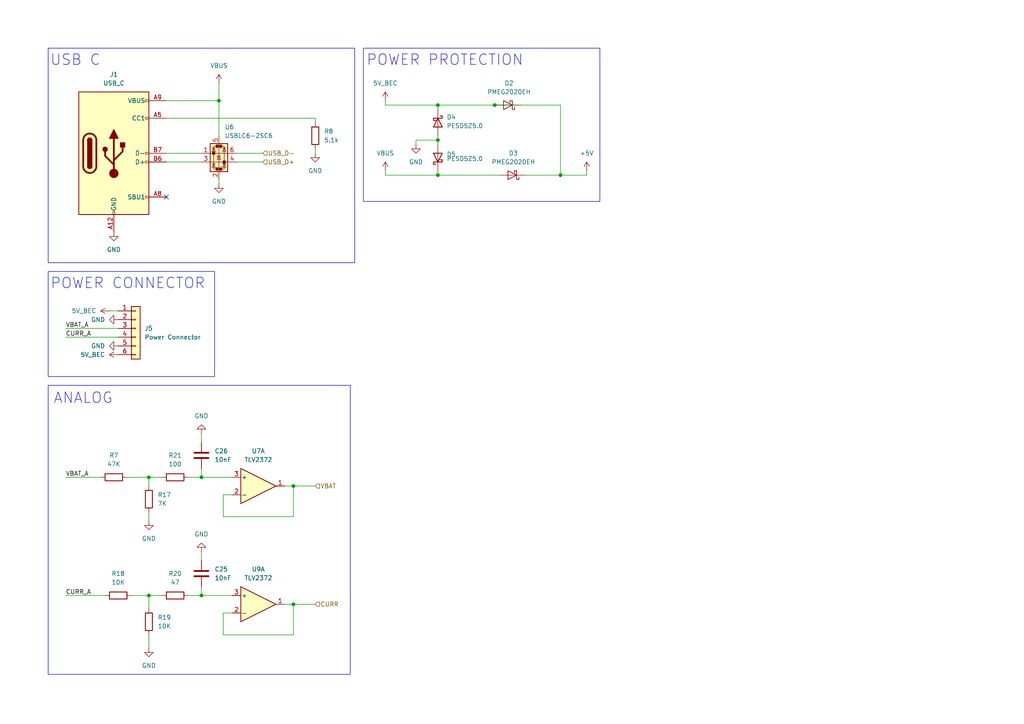
<source format=kicad_sch>
(kicad_sch (version 20250114) (generator "eeschema") (generator_version "9.0")
  (paper "A4")
  (lib_symbols
    (symbol "Amplifier_Operational:TLV2372" (pin_names (offset 0.127))
      (property "Reference" "U" (at 0 5.08 0))
      (property "Value" "TLV2372" (at 0 -5.08 0))
      (symbol "TLV2372_1_1"
        (polyline (pts (xy -5.08 5.08) (xy 5.08 0) (xy -5.08 -5.08) (xy -5.08 5.08)) (stroke (width 0.254)) (fill (type background)))
        (pin input line (at -7.62 2.54 0) (length 2.54) (name "+") (number "3"))
        (pin input line (at -7.62 -2.54 0) (length 2.54) (name "-") (number "2"))
        (pin output line (at 7.62 0 180) (length 2.54) (name "~") (number "1"))
      )
      (symbol "TLV2372_2_1"
        (polyline (pts (xy -5.08 5.08) (xy 5.08 0) (xy -5.08 -5.08) (xy -5.08 5.08)) (stroke (width 0.254)) (fill (type background)))
        (pin input line (at -7.62 2.54 0) (length 2.54) (name "+") (number "5"))
        (pin input line (at -7.62 -2.54 0) (length 2.54) (name "-") (number "6"))
        (pin output line (at 7.62 0 180) (length 2.54) (name "~") (number "7"))
      )
      (symbol "TLV2372_3_1"
        (pin power_in line (at -2.54 7.62 270) (length 3.81) (name "V+") (number "8"))
        (pin power_in line (at -2.54 -7.62 90) (length 3.81) (name "V-") (number "4"))
      )
    )
    (symbol "Device:C" (pin_numbers (hide yes)) (pin_names (offset 0.254))
      (property "Reference" "C" (at 0.635 2.54 0))
      (property "Value" "C" (at 0.635 -2.54 0))
      (symbol "C_0_1"
        (polyline (pts (xy -2.032 0.762) (xy 2.032 0.762)) (stroke (width 0.508)))
        (polyline (pts (xy -2.032 -0.762) (xy 2.032 -0.762)) (stroke (width 0.508)))
      )
      (symbol "C_1_1"
        (pin passive line (at 0 3.81 270) (length 2.794) (name "~") (number "1"))
        (pin passive line (at 0 -3.81 90) (length 2.794) (name "~") (number "2"))
      )
    )
    (symbol "Device:D_Schottky" (pin_numbers (hide yes)) (pin_names (offset 1.016) (hide yes))
      (property "Reference" "D" (at 0 2.54 0))
      (property "Value" "D_Schottky" (at 0 -2.54 0))
      (symbol "D_Schottky_0_1"
        (polyline (pts (xy -1.905 0.635) (xy -1.905 1.27) (xy -1.27 1.27) (xy -1.27 -1.27) (xy -0.635 -1.27) (xy -0.635 -0.635)) (stroke (width 0.254)))
        (polyline (pts (xy 1.27 1.27) (xy 1.27 -1.27) (xy -1.27 0) (xy 1.27 1.27)) (stroke (width 0.254)))
        (polyline (pts (xy 1.27 0) (xy -1.27 0)))
      )
      (symbol "D_Schottky_1_1"
        (pin passive line (at -3.81 0 0) (length 2.54) (name "K") (number "1"))
        (pin passive line (at 3.81 0 180) (length 2.54) (name "A") (number "2"))
      )
    )
    (symbol "Device:R" (pin_numbers (hide yes)) (pin_names (offset 0))
      (property "Reference" "R" (at 2.032 0 90))
      (property "Value" "R" (at 0 0 90))
      (symbol "R_0_1"
        (rectangle (start -1.016 -2.54) (end 1.016 2.54) (stroke (width 0.254)))
      )
      (symbol "R_1_1"
        (pin passive line (at 0 3.81 270) (length 1.27) (name "~") (number "1"))
        (pin passive line (at 0 -3.81 90) (length 1.27) (name "~") (number "2"))
      )
    )
    (symbol "Diode:PMEG2020EH" (pin_numbers (hide yes)) (pin_names (hide yes))
      (property "Reference" "D" (at 0 2.54 0))
      (property "Value" "PMEG2020EH" (at 0 -2.54 0))
      (symbol "PMEG2020EH_0_1"
        (polyline (pts (xy -1.905 0.635) (xy -1.905 1.27) (xy -1.27 1.27) (xy -1.27 -1.27) (xy -0.635 -1.27) (xy -0.635 -0.635)) (stroke (width 0.2032)))
        (polyline (pts (xy 1.27 1.27) (xy 1.27 -1.27) (xy -1.27 0) (xy 1.27 1.27)) (stroke (width 0.2032)))
        (polyline (pts (xy 1.27 0) (xy -1.27 0)))
      )
      (symbol "PMEG2020EH_1_1"
        (pin passive line (at -3.81 0 0) (length 2.54) (name "K") (number "1"))
        (pin passive line (at 3.81 0 180) (length 2.54) (name "A") (number "2"))
      )
    )
    (symbol "Power_Protection:USBLC6-2SC6" (pin_names (hide yes))
      (property "Reference" "U" (at 0.635 5.715 0))
      (property "Value" "USBLC6-2SC6" (at 0.635 3.81 0))
      (symbol "USBLC6-2SC6_0_0"
        (circle (center -1.524 0) (radius 0.0001) (stroke (width 0.508)))
        (circle (center -0.508 2.032) (radius 0.0001) (stroke (width 0.508)))
        (circle (center -0.508 -4.572) (radius 0.0001) (stroke (width 0.508)))
        (circle (center 0.508 2.032) (radius 0.0001) (stroke (width 0.508)))
        (circle (center 0.508 -4.572) (radius 0.0001) (stroke (width 0.508)))
        (circle (center 1.524 -2.54) (radius 0.0001) (stroke (width 0.508)))
      )
      (symbol "USBLC6-2SC6_0_1"
        (polyline (pts (xy -2.54 0) (xy 2.54 0)))
        (polyline (pts (xy -2.54 -2.54) (xy 2.54 -2.54)))
        (polyline (pts (xy -2.032 0.508) (xy -1.016 0.508) (xy -1.524 1.524) (xy -2.032 0.508)))
        (polyline (pts (xy -2.032 -3.048) (xy -1.016 -3.048)))
        (polyline (pts (xy -1.016 1.524) (xy -2.032 1.524)))
        (polyline (pts (xy -1.016 -4.064) (xy -2.032 -4.064) (xy -1.524 -3.048) (xy -1.016 -4.064)))
        (polyline (pts (xy -0.508 -1.143) (xy -0.508 -0.762) (xy 0.508 -0.762)))
        (polyline (pts (xy 0 2.54) (xy -0.508 2.032) (xy 0.508 2.032) (xy 0 1.524) (xy 0 -4.064) (xy -0.508 -4.572) (xy 0.508 -4.572) (xy 0 -5.08)))
        (polyline (pts (xy 0.508 -1.778) (xy -0.508 -1.778) (xy 0 -0.762) (xy 0.508 -1.778)))
        (polyline (pts (xy 1.016 1.524) (xy 2.032 1.524)))
        (polyline (pts (xy 1.016 -3.048) (xy 2.032 -3.048)))
        (polyline (pts (xy 2.032 0.508) (xy 1.016 0.508) (xy 1.524 1.524) (xy 2.032 0.508)))
        (polyline (pts (xy 2.032 -4.064) (xy 1.016 -4.064) (xy 1.524 -3.048) (xy 2.032 -4.064)))
      )
      (symbol "USBLC6-2SC6_1_1"
        (rectangle (start -2.54 2.794) (end 2.54 -5.334) (stroke (width 0.254)) (fill (type background)))
        (polyline (pts (xy -0.508 2.032) (xy -1.524 2.032) (xy -1.524 -4.572) (xy -0.508 -4.572)))
        (polyline (pts (xy 0.508 -4.572) (xy 1.524 -4.572) (xy 1.524 2.032) (xy 0.508 2.032)))
        (pin passive line (at -5.08 0 0) (length 2.54) (name "I/O1") (number "1"))
        (pin passive line (at -5.08 -2.54 0) (length 2.54) (name "I/O2") (number "3"))
        (pin passive line (at 0 5.08 270) (length 2.54) (name "VBUS") (number "5"))
        (pin passive line (at 0 -7.62 90) (length 2.54) (name "GND") (number "2"))
        (pin passive line (at 5.08 0 180) (length 2.54) (name "I/O1") (number "6"))
        (pin passive line (at 5.08 -2.54 180) (length 2.54) (name "I/O2") (number "4"))
      )
    )
    (symbol "fc_board:5V_BEC" (power) (pin_numbers (hide yes)) (pin_names (offset 0) (hide yes))
      (property "Value" "5V_BEC" (at 0 3.556 0))
      (symbol "5V_BEC_0_1"
        (polyline (pts (xy -0.762 1.27) (xy 0 2.54)))
        (polyline (pts (xy 0 2.54) (xy 0.762 1.27)))
        (polyline (pts (xy 0 0) (xy 0 2.54)))
      )
      (symbol "5V_BEC_1_1"
        (pin power_in line (at 0 0 90) (length 0) (name "~") (number "1"))
      )
    )
    (symbol "fc_board:Power_Connector" (pin_names (offset 1.016) (hide yes))
      (property "Reference" "J" (at 0 7.62 0))
      (property "Value" "Power Connector" (at 0 -10.16 0))
      (symbol "Power_Connector_1_1"
        (rectangle (start -1.27 6.35) (end 1.27 -8.89) (stroke (width 0.254)) (fill (type background)))
        (rectangle (start -1.27 5.207) (end 0 4.953) (stroke (width 0.1524)))
        (rectangle (start -1.27 2.667) (end 0 2.413) (stroke (width 0.1524)))
        (rectangle (start -1.27 0.127) (end 0 -0.127) (stroke (width 0.1524)))
        (rectangle (start -1.27 -2.413) (end 0 -2.667) (stroke (width 0.1524)))
        (rectangle (start -1.27 -4.953) (end 0 -5.207) (stroke (width 0.1524)))
        (rectangle (start -1.27 -7.493) (end 0 -7.747) (stroke (width 0.1524)))
        (pin power_out line (at -5.08 5.08 0) (length 3.81) (name "Pin_1") (number "1"))
        (pin power_in line (at -5.08 2.54 0) (length 3.81) (name "Pin_2") (number "2"))
        (pin output line (at -5.08 0 0) (length 3.81) (name "Pin_3") (number "3"))
        (pin output line (at -5.08 -2.54 0) (length 3.81) (name "Pin_4") (number "4"))
        (pin power_in line (at -5.08 -5.08 0) (length 3.81) (name "Pin_5") (number "5"))
        (pin power_out line (at -5.08 -7.62 0) (length 3.81) (name "Pin_6") (number "6"))
      )
    )
    (symbol "fc_board:USB_C" (pin_names (offset 1.016))
      (property "Reference" "J1" (at 0 22.86 0))
      (property "Value" "USB_C" (at 0 20.32 0))
      (symbol "USB_C_0_0"
        (rectangle (start -0.254 -17.78) (end 0.254 -16.764))
        (rectangle (start 10.16 15.494) (end 9.144 14.986))
        (rectangle (start 10.16 10.414) (end 9.144 9.906))
        (rectangle (start 10.16 0.254) (end 9.144 -0.254))
        (rectangle (start 10.16 -2.286) (end 9.144 -2.794))
        (rectangle (start 10.16 -12.446) (end 9.144 -12.954))
      )
      (symbol "USB_C_0_1"
        (rectangle (start -10.16 17.78) (end 10.16 -17.78) (stroke (width 0.254)) (fill (type background)))
        (polyline (pts (xy -8.89 -3.81) (xy -8.89 3.81)) (stroke (width 0.508)))
        (rectangle (start -7.62 -3.81) (end -6.35 3.81) (stroke (width 0.254)) (fill (type outline)))
        (arc (start -7.62 3.81) (mid -6.985 4.4423) (end -6.35 3.81) (stroke (width 0.254)))
        (arc (start -7.62 3.81) (mid -6.985 4.4423) (end -6.35 3.81) (stroke (width 0.254)) (fill (type outline)))
        (arc (start -8.89 3.81) (mid -6.985 5.7067) (end -5.08 3.81) (stroke (width 0.508)))
        (arc (start -5.08 -3.81) (mid -6.985 -5.7067) (end -8.89 -3.81) (stroke (width 0.508)))
        (arc (start -6.35 -3.81) (mid -6.985 -4.4423) (end -7.62 -3.81) (stroke (width 0.254)))
        (arc (start -6.35 -3.81) (mid -6.985 -4.4423) (end -7.62 -3.81) (stroke (width 0.254)) (fill (type outline)))
        (polyline (pts (xy -5.08 3.81) (xy -5.08 -3.81)) (stroke (width 0.508)))
        (circle (center -2.54 1.143) (radius 0.635) (stroke (width 0.254)) (fill (type outline)))
        (polyline (pts (xy -1.27 4.318) (xy 0 6.858) (xy 1.27 4.318) (xy -1.27 4.318)) (stroke (width 0.254)) (fill (type outline)))
        (polyline (pts (xy 0 -2.032) (xy 2.54 0.508) (xy 2.54 1.778)) (stroke (width 0.508)))
        (polyline (pts (xy 0 -3.302) (xy -2.54 -0.762) (xy -2.54 0.508)) (stroke (width 0.508)))
        (polyline (pts (xy 0 -5.842) (xy 0 4.318)) (stroke (width 0.508)))
        (circle (center 0 -5.842) (radius 1.27) (fill (type outline)))
        (rectangle (start 1.905 1.778) (end 3.175 3.048) (stroke (width 0.254)) (fill (type outline)))
      )
      (symbol "USB_C_1_1"
        (pin passive line (at 0 -22.86 90) (length 5.08) (hide yes) (name "GND") (number "1"))
        (pin passive line (at 0 -22.86 90) (length 5.08) (hide yes) (name "GND") (number "2"))
        (pin passive line (at 0 -22.86 90) (length 5.08) (name "GND") (number "A12"))
        (pin passive line (at 0 -22.86 90) (length 5.08) (hide yes) (name "GND") (number "B12"))
        (pin power_out line (at 15.24 15.24 180) (length 5.08) (name "VBUS") (number "A9"))
        (pin passive line (at 15.24 15.24 180) (length 5.08) (hide yes) (name "VBUS") (number "B9"))
        (pin bidirectional line (at 15.24 10.16 180) (length 5.08) (name "CC1") (number "A5"))
        (pin bidirectional line (at 15.24 0 180) (length 5.08) (name "D-") (number "B7"))
        (pin bidirectional line (at 15.24 -2.54 180) (length 5.08) (name "D+") (number "B6"))
        (pin bidirectional line (at 15.24 -12.7 180) (length 5.08) (name "SBU1") (number "A8"))
      )
    )
    (symbol "power:+5V" (power) (pin_numbers (hide yes)) (pin_names (offset 0) (hide yes))
      (property "Value" "+5V" (at 0 3.556 0))
      (symbol "+5V_0_1"
        (polyline (pts (xy -0.762 1.27) (xy 0 2.54)))
        (polyline (pts (xy 0 2.54) (xy 0.762 1.27)))
        (polyline (pts (xy 0 0) (xy 0 2.54)))
      )
      (symbol "+5V_1_1"
        (pin power_in line (at 0 0 90) (length 0) (name "~") (number "1"))
      )
    )
    (symbol "power:GND" (power) (pin_numbers (hide yes)) (pin_names (offset 0) (hide yes))
      (property "Value" "GND" (at 0 -3.81 0))
      (symbol "GND_0_1"
        (polyline (pts (xy 0 0) (xy 0 -1.27) (xy 1.27 -1.27) (xy 0 -2.54) (xy -1.27 -1.27) (xy 0 -1.27)))
      )
      (symbol "GND_1_1"
        (pin power_in line (at 0 0 270) (length 0) (name "~") (number "1"))
      )
    )
    (symbol "power:VBUS" (power) (pin_numbers (hide yes)) (pin_names (offset 0) (hide yes))
      (property "Value" "VBUS" (at 0 3.556 0))
      (symbol "VBUS_0_1"
        (polyline (pts (xy -0.762 1.27) (xy 0 2.54)))
        (polyline (pts (xy 0 2.54) (xy 0.762 1.27)))
        (polyline (pts (xy 0 0) (xy 0 2.54)))
      )
      (symbol "VBUS_1_1"
        (pin power_in line (at 0 0 90) (length 0) (name "~") (number "1"))
      )
    )
  )
  (rectangle (start 13.97 13.97) (end 102.87 76.2))
  (rectangle (start 13.97 78.74) (end 62.23 109.22))
  (rectangle (start 105.41 13.97) (end 173.99 58.42))
  (rectangle (start 13.97 111.76) (end 101.6 195.58))
  (text "POWER PROTECTION" (at 129.032 17.526 0) (effects (font (size 3.048 3.048))))
  (text "ANALOG" (at 24.13 115.57 0) (effects (font (size 3.048 3.048))))
  (text "USB C" (at 21.844 17.526 0) (effects (font (size 3.048 3.048))))
  (text "POWER CONNECTOR" (at 37.084 82.296 0) (effects (font (size 3.048 3.048))))
  (junction (at 127 30.48))
  (junction (at 162.56 50.8))
  (junction (at 143.51 30.48))
  (junction (at 63.5 29.21))
  (junction (at 43.18 172.72))
  (junction (at 85.09 140.97))
  (junction (at 127 50.8))
  (junction (at 85.09 175.26))
  (junction (at 127 40.64))
  (junction (at 58.42 172.72))
  (junction (at 58.42 138.43))
  (junction (at 43.18 138.43))
  (no_connect (at 48.26 57.15))
  (wire (pts (xy 127 30.48) (xy 143.51 30.48)))
  (wire (pts (xy 127 40.64) (xy 127 41.91)))
  (wire (pts (xy 120.65 40.64) (xy 120.65 41.91)))
  (wire (pts (xy 111.76 50.8) (xy 111.76 49.53)))
  (wire (pts (xy 127 49.53) (xy 127 50.8)))
  (wire (pts (xy 58.42 125.73) (xy 58.42 128.27)))
  (wire (pts (xy 111.76 29.21) (xy 111.76 30.48)))
  (wire (pts (xy 19.05 172.72) (xy 30.48 172.72)))
  (wire (pts (xy 54.61 172.72) (xy 58.42 172.72)))
  (wire (pts (xy 85.09 184.15) (xy 85.09 175.26)))
  (wire (pts (xy 43.18 138.43) (xy 46.99 138.43)))
  (wire (pts (xy 64.77 177.8) (xy 67.31 177.8)))
  (wire (pts (xy 149.86 30.48) (xy 143.51 30.48)))
  (wire (pts (xy 85.09 149.86) (xy 85.09 140.97)))
  (wire (pts (xy 82.55 175.26) (xy 85.09 175.26)))
  (wire (pts (xy 64.77 177.8) (xy 64.77 184.15)))
  (wire (pts (xy 58.42 138.43) (xy 67.31 138.43)))
  (wire (pts (xy 43.18 184.15) (xy 43.18 187.96)))
  (wire (pts (xy 58.42 170.18) (xy 58.42 172.72)))
  (wire (pts (xy 43.18 151.13) (xy 43.18 148.59)))
  (wire (pts (xy 111.76 50.8) (xy 127 50.8)))
  (wire (pts (xy 48.26 46.99) (xy 58.42 46.99)))
  (wire (pts (xy 38.1 172.72) (xy 43.18 172.72)))
  (wire (pts (xy 170.18 50.8) (xy 170.18 49.53)))
  (wire (pts (xy 127 31.75) (xy 127 30.48)))
  (wire (pts (xy 85.09 175.26) (xy 91.44 175.26)))
  (wire (pts (xy 162.56 50.8) (xy 152.4 50.8)))
  (wire (pts (xy 64.77 143.51) (xy 64.77 149.86)))
  (wire (pts (xy 68.58 46.99) (xy 76.2 46.99)))
  (wire (pts (xy 64.77 184.15) (xy 85.09 184.15)))
  (wire (pts (xy 127 50.8) (xy 144.78 50.8)))
  (wire (pts (xy 85.09 140.97) (xy 91.44 140.97)))
  (wire (pts (xy 91.44 35.56) (xy 91.44 34.29)))
  (wire (pts (xy 91.44 34.29) (xy 48.26 34.29)))
  (wire (pts (xy 43.18 172.72) (xy 46.99 172.72)))
  (wire (pts (xy 63.5 29.21) (xy 63.5 39.37)))
  (wire (pts (xy 48.26 29.21) (xy 63.5 29.21)))
  (wire (pts (xy 54.61 138.43) (xy 58.42 138.43)))
  (wire (pts (xy 127 39.37) (xy 127 40.64)))
  (wire (pts (xy 162.56 30.48) (xy 162.56 50.8)))
  (wire (pts (xy 31.75 90.17) (xy 34.29 90.17)))
  (wire (pts (xy 29.21 138.43) (xy 19.05 138.43)))
  (wire (pts (xy 151.13 30.48) (xy 162.56 30.48)))
  (wire (pts (xy 82.55 140.97) (xy 85.09 140.97)))
  (wire (pts (xy 63.5 53.34) (xy 63.5 52.07)))
  (wire (pts (xy 48.26 44.45) (xy 58.42 44.45)))
  (wire (pts (xy 43.18 138.43) (xy 43.18 140.97)))
  (wire (pts (xy 64.77 143.51) (xy 67.31 143.51)))
  (wire (pts (xy 68.58 44.45) (xy 76.2 44.45)))
  (wire (pts (xy 43.18 176.53) (xy 43.18 172.72)))
  (wire (pts (xy 111.76 30.48) (xy 127 30.48)))
  (wire (pts (xy 170.18 50.8) (xy 162.56 50.8)))
  (wire (pts (xy 91.44 44.45) (xy 91.44 43.18)))
  (wire (pts (xy 36.83 138.43) (xy 43.18 138.43)))
  (wire (pts (xy 64.77 149.86) (xy 85.09 149.86)))
  (wire (pts (xy 58.42 160.02) (xy 58.42 162.56)))
  (wire (pts (xy 63.5 24.13) (xy 63.5 29.21)))
  (wire (pts (xy 19.05 97.79) (xy 34.29 97.79)))
  (wire (pts (xy 120.65 40.64) (xy 127 40.64)))
  (wire (pts (xy 19.05 95.25) (xy 34.29 95.25)))
  (wire (pts (xy 58.42 172.72) (xy 67.31 172.72)))
  (wire (pts (xy 58.42 135.89) (xy 58.42 138.43)))
  (label "VBAT_A" (at 19.05 95.25 0))
  (label "CURR_A" (at 19.05 172.72 0))
  (label "VBAT_A" (at 19.05 138.43 0))
  (label "CURR_A" (at 19.05 97.79 0))
  (hierarchical_label "USB_D+" (shape input) (at 76.2 46.99 0))
  (hierarchical_label "VBAT" (shape input) (at 91.44 140.97 0))
  (hierarchical_label "CURR" (shape input) (at 91.44 175.26 0))
  (hierarchical_label "USB_D-" (shape input) (at 76.2 44.45 0))
  (symbol (lib_id "Device:R") (at 34.29 172.72 270) (unit 1)
    (property "Reference" "R18" (at 34.29 166.37 90))
    (property "Value" "10K" (at 34.29 168.91 90))
    (property "Description" "Resistor" (effects (hide yes)))
  )
  (symbol (lib_id "power:GND") (at 33.02 67.31 0) (unit 1)
    (property "Reference" "#PWR016" (effects (hide yes)))
    (property "Value" "GND" (at 33.02 72.39 0))
    (property "Description" "Power symbol creates a global label with name \"GND\" , ground" (effects (hide yes)))
  )
  (symbol (lib_id "Amplifier_Operational:TLV2372") (at 74.93 175.26 0) (unit 1)
    (property "Reference" "U9" (at 74.93 165.1 0))
    (property "Value" "TLV2372" (at 74.93 167.64 0))
    (property "Datasheet" "http://www.ti.com/lit/ds/symlink/tlv2375.pdf" (effects (hide yes)))
    (property "Description" "Dual Rail-to-Rail Input/Output Operational Amplifier, DIP-8/SOIC-8/VSSOP-8" (effects (hide yes)))
  )
  (symbol (lib_id "power:VBUS") (at 63.5 24.13 0) (unit 1)
    (property "Reference" "#PWR025" (effects (hide yes)))
    (property "Value" "VBUS" (at 63.5 19.05 0))
    (property "Description" "Power symbol creates a global label with name \"VBUS\"" (effects (hide yes)))
  )
  (symbol (lib_id "fc_board:5V_BEC") (at 34.29 102.87 90) (unit 1)
    (property "Reference" "#PWR052" (effects (hide yes)))
    (property "Value" "5V_BEC" (at 30.48 102.8699 90) (effects (justify left)))
    (property "Description" "Power symbol creates a global label with name {dblquote}5V_BEC{dblquote}" (effects (hide yes)))
  )
  (symbol (lib_id "power:GND") (at 43.18 151.13 0) (unit 1)
    (property "Reference" "#PWR057" (effects (hide yes)))
    (property "Value" "GND" (at 43.18 156.21 0))
    (property "Description" "Power symbol creates a global label with name \"GND\" , ground" (effects (hide yes)))
  )
  (symbol (lib_id "fc_board:5V_BEC") (at 31.75 90.17 90) (unit 1)
    (property "Reference" "#PWR040" (effects (hide yes)))
    (property "Value" "5V_BEC" (at 27.94 90.1699 90) (effects (justify left)))
    (property "Description" "Power symbol creates a global label with name {dblquote}5V_BEC{dblquote}" (effects (hide yes)))
  )
  (symbol (lib_id "Power_Protection:USBLC6-2SC6") (at 63.5 44.45 0) (unit 1)
    (property "Reference" "U6" (at 65.1511 36.83 0) (effects (justify left)))
    (property "Value" "USBLC6-2SC6" (at 65.1511 39.37 0) (effects (justify left)))
    (property "Footprint" "Package_TO_SOT_SMD:SOT-23-6" (effects (hide yes)))
    (property "Datasheet" "https://www.st.com/resource/en/datasheet/usblc6-2.pdf" (effects (hide yes)))
    (property "Description" "Very low capacitance ESD protection diode, 2 data-line, SOT-23-6" (effects (hide yes)))
  )
  (symbol (lib_id "fc_board:Power_Connector") (at 39.37 95.25 0) (unit 1)
    (property "Reference" "J5" (at 41.91 95.2499 0) (effects (justify left)))
    (property "Value" "Power Connector" (at 41.91 97.7899 0) (effects (justify left)))
    (property "Description" "Generic connector, single row, 01x06, script generated (kicad-library-utils/schlib/autogen/connector/)" (effects (hide yes)))
  )
  (symbol (lib_id "Device:R") (at 91.44 39.37 0) (unit 1)
    (property "Reference" "R8" (at 93.98 38.0999 0) (effects (justify left)))
    (property "Value" "5.1k" (at 93.98 40.6399 0) (effects (justify left)))
    (property "Footprint" "Capacitor_SMD:C_0402_1005Metric" (effects (hide yes)))
    (property "Description" "Resistor" (effects (hide yes)))
  )
  (symbol (lib_id "power:GND") (at 63.5 53.34 0) (unit 1)
    (property "Reference" "#PWR056" (effects (hide yes)))
    (property "Value" "GND" (at 63.5 58.42 0))
    (property "Description" "Power symbol creates a global label with name \"GND\" , ground" (effects (hide yes)))
  )
  (symbol (lib_id "fc_board:USB_C") (at 33.02 44.45 0) (unit 1)
    (property "Reference" "J1" (at 33.02 21.59 0))
    (property "Value" "USB_C" (at 33.02 24.13 0))
    (property "Footprint" "fc_board:USB_C_CUSB31-CFM2AX-01-X" (effects (hide yes)))
    (property "Datasheet" "https://www.usb.org/sites/default/files/documents/usb_type-c.zip" (effects (hide yes)))
    (property "Description" "USB 2.0-only 16P Type-C Receptacle connector" (effects (hide yes)))
  )
  (symbol (lib_id "Device:R") (at 50.8 172.72 90) (unit 1)
    (property "Reference" "R20" (at 50.8 166.37 90))
    (property "Value" "47" (at 50.8 168.91 90))
    (property "Description" "Resistor" (effects (hide yes)))
  )
  (symbol (lib_id "Device:C") (at 58.42 132.08 0) (unit 1)
    (property "Reference" "C26" (at 62.23 130.8099 0) (effects (justify left)))
    (property "Value" "10nF" (at 62.23 133.3499 0) (effects (justify left)))
    (property "Description" "Unpolarized capacitor" (effects (hide yes)))
  )
  (symbol (lib_id "power:+5V") (at 170.18 49.53 0) (unit 1)
    (property "Reference" "#PWR027" (effects (hide yes)))
    (property "Value" "+5V" (at 170.18 44.45 0))
    (property "Description" "Power symbol creates a global label with name \"+5V\"" (effects (hide yes)))
  )
  (symbol (lib_id "Device:D_Schottky") (at 127 35.56 270) (unit 1)
    (property "Reference" "D4" (at 129.54 33.9724 90) (effects (justify left)))
    (property "Value" "PESD5Z5.0" (at 129.54 36.5124 90) (effects (justify left)))
    (property "Footprint" "Diode_SMD:D_SOD-523" (effects (hide yes)))
    (property "Description" "Schottky diode" (effects (hide yes)))
  )
  (symbol (lib_id "Device:R") (at 33.02 138.43 90) (unit 1)
    (property "Reference" "R7" (at 33.02 132.08 90))
    (property "Value" "47K" (at 33.02 134.62 90))
    (property "Description" "Resistor" (effects (hide yes)))
  )
  (symbol (lib_id "power:GND") (at 34.29 100.33 270) (unit 1)
    (property "Reference" "#PWR046" (effects (hide yes)))
    (property "Value" "GND" (at 30.48 100.3299 90) (effects (justify right)))
    (property "Description" "Power symbol creates a global label with name \"GND\" , ground" (effects (hide yes)))
  )
  (symbol (lib_id "power:GND") (at 58.42 125.73 180) (unit 1)
    (property "Reference" "#PWR064" (effects (hide yes)))
    (property "Value" "GND" (at 58.42 120.65 0))
    (property "Description" "Power symbol creates a global label with name \"GND\" , ground" (effects (hide yes)))
  )
  (symbol (lib_id "Amplifier_Operational:TLV2372") (at 74.93 140.97 0) (unit 1)
    (property "Reference" "U7" (at 74.93 130.81 0))
    (property "Value" "TLV2372" (at 74.93 133.35 0))
    (property "Datasheet" "http://www.ti.com/lit/ds/symlink/tlv2375.pdf" (effects (hide yes)))
    (property "Description" "Dual Rail-to-Rail Input/Output Operational Amplifier, DIP-8/SOIC-8/VSSOP-8" (effects (hide yes)))
  )
  (symbol (lib_id "power:GND") (at 43.18 187.96 0) (unit 1)
    (property "Reference" "#PWR058" (effects (hide yes)))
    (property "Value" "GND" (at 43.18 193.04 0))
    (property "Description" "Power symbol creates a global label with name \"GND\" , ground" (effects (hide yes)))
  )
  (symbol (lib_id "Diode:PMEG2020EH") (at 148.59 50.8 180) (unit 1)
    (property "Reference" "D3" (at 148.9075 44.45 0))
    (property "Value" "PMEG2020EH" (at 148.9075 46.99 0))
    (property "Footprint" "Diode_SMD:D_SOD-123F" (effects (hide yes)))
    (property "Datasheet" "https://assets.nexperia.com/documents/data-sheet/PMEG2020EH_EJ.pdf" (effects (hide yes)))
    (property "Description" "20V, 2A very low Vf MEGA Schottky barrier rectifier, SOD-123F" (effects (hide yes)))
  )
  (symbol (lib_id "power:GND") (at 91.44 44.45 0) (unit 1)
    (property "Reference" "#PWR022" (effects (hide yes)))
    (property "Value" "GND" (at 91.44 49.53 0))
    (property "Description" "Power symbol creates a global label with name \"GND\" , ground" (effects (hide yes)))
  )
  (symbol (lib_id "power:GND") (at 120.65 41.91 0) (unit 1)
    (property "Reference" "#PWR066" (effects (hide yes)))
    (property "Value" "GND" (at 120.65 46.99 0))
    (property "Description" "Power symbol creates a global label with name \"GND\" , ground" (effects (hide yes)))
  )
  (symbol (lib_id "power:VBUS") (at 111.76 49.53 0) (unit 1)
    (property "Reference" "#PWR015" (effects (hide yes)))
    (property "Value" "VBUS" (at 111.76 44.45 0))
    (property "Description" "Power symbol creates a global label with name \"VBUS\"" (effects (hide yes)))
  )
  (symbol (lib_id "Device:C") (at 58.42 166.37 0) (unit 1)
    (property "Reference" "C25" (at 62.23 165.0999 0) (effects (justify left)))
    (property "Value" "10nF" (at 62.23 167.6399 0) (effects (justify left)))
    (property "Description" "Unpolarized capacitor" (effects (hide yes)))
  )
  (symbol (lib_id "Diode:PMEG2020EH") (at 147.32 30.48 180) (unit 1)
    (property "Reference" "D2" (at 147.6375 24.13 0))
    (property "Value" "PMEG2020EH" (at 147.6375 26.67 0))
    (property "Footprint" "Diode_SMD:D_SOD-123F" (effects (hide yes)))
    (property "Datasheet" "https://assets.nexperia.com/documents/data-sheet/PMEG2020EH_EJ.pdf" (effects (hide yes)))
    (property "Description" "20V, 2A very low Vf MEGA Schottky barrier rectifier, SOD-123F" (effects (hide yes)))
  )
  (symbol (lib_id "fc_board:5V_BEC") (at 111.76 29.21 0) (unit 1)
    (property "Reference" "#PWR054" (effects (hide yes)))
    (property "Value" "5V_BEC" (at 111.76 24.13 0))
    (property "Description" "Power symbol creates a global label with name {dblquote}5V_BEC{dblquote}" (effects (hide yes)))
  )
  (symbol (lib_id "Device:R") (at 50.8 138.43 90) (unit 1)
    (property "Reference" "R21" (at 50.8 132.08 90))
    (property "Value" "100" (at 50.8 134.62 90))
    (property "Description" "Resistor" (effects (hide yes)))
  )
  (symbol (lib_id "power:GND") (at 34.29 92.71 270) (unit 1)
    (property "Reference" "#PWR041" (effects (hide yes)))
    (property "Value" "GND" (at 30.48 92.7099 90) (effects (justify right)))
    (property "Description" "Power symbol creates a global label with name \"GND\" , ground" (effects (hide yes)))
  )
  (symbol (lib_id "Device:R") (at 43.18 180.34 0) (unit 1)
    (property "Reference" "R19" (at 45.72 179.0699 0) (effects (justify left)))
    (property "Value" "10K" (at 45.72 181.6099 0) (effects (justify left)))
    (property "Description" "Resistor" (effects (hide yes)))
  )
  (symbol (lib_id "Device:D_Schottky") (at 127 45.72 90) (unit 1)
    (property "Reference" "D5" (at 129.54 44.7674 90) (effects (justify right)))
    (property "Value" "PESD5Z5.0" (at 129.54 46.0374 90) (effects (justify right)))
    (property "Footprint" "Diode_SMD:D_SOD-523" (effects (hide yes)))
    (property "Description" "Schottky diode" (effects (hide yes)))
  )
  (symbol (lib_id "Device:R") (at 43.18 144.78 180) (unit 1)
    (property "Reference" "R17" (at 45.72 143.5099 0) (effects (justify right)))
    (property "Value" "7K" (at 45.72 146.0499 0) (effects (justify right)))
    (property "Description" "Resistor" (effects (hide yes)))
  )
  (symbol (lib_id "power:GND") (at 58.42 160.02 180) (unit 1)
    (property "Reference" "#PWR062" (effects (hide yes)))
    (property "Value" "GND" (at 58.42 154.94 0))
    (property "Description" "Power symbol creates a global label with name \"GND\" , ground" (effects (hide yes)))
  )
)
</source>
